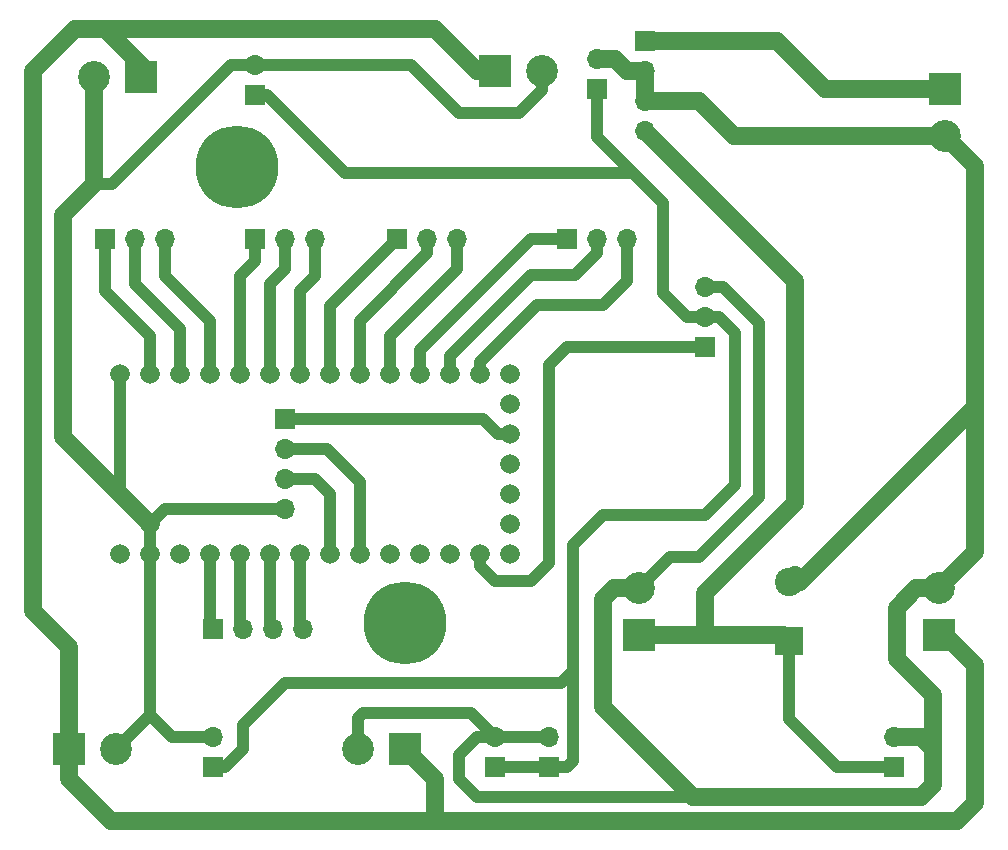
<source format=gbl>
%TF.GenerationSoftware,KiCad,Pcbnew,5.1.10-88a1d61d58~88~ubuntu18.04.1*%
%TF.CreationDate,2022-01-23T15:24:31+01:00*%
%TF.ProjectId,catbot_electronics_board,7061766c-6f76-45f6-9d69-6e695f656c65,rev?*%
%TF.SameCoordinates,Original*%
%TF.FileFunction,Copper,L2,Bot*%
%TF.FilePolarity,Positive*%
%FSLAX46Y46*%
G04 Gerber Fmt 4.6, Leading zero omitted, Abs format (unit mm)*
G04 Created by KiCad (PCBNEW 5.1.10-88a1d61d58~88~ubuntu18.04.1) date 2022-01-23 15:24:31*
%MOMM*%
%LPD*%
G01*
G04 APERTURE LIST*
%TA.AperFunction,ComponentPad*%
%ADD10C,0.800000*%
%TD*%
%TA.AperFunction,ComponentPad*%
%ADD11C,7.000000*%
%TD*%
%TA.AperFunction,ComponentPad*%
%ADD12O,1.700000X1.700000*%
%TD*%
%TA.AperFunction,ComponentPad*%
%ADD13R,1.700000X1.700000*%
%TD*%
%TA.AperFunction,ComponentPad*%
%ADD14C,2.700000*%
%TD*%
%TA.AperFunction,ComponentPad*%
%ADD15R,2.700000X2.700000*%
%TD*%
%TA.AperFunction,ComponentPad*%
%ADD16C,1.665000*%
%TD*%
%TA.AperFunction,ComponentPad*%
%ADD17C,2.400000*%
%TD*%
%TA.AperFunction,ComponentPad*%
%ADD18R,2.400000X2.400000*%
%TD*%
%TA.AperFunction,Conductor*%
%ADD19C,1.000000*%
%TD*%
%TA.AperFunction,Conductor*%
%ADD20C,1.500000*%
%TD*%
G04 APERTURE END LIST*
D10*
%TO.P,REF\u002A\u002A,1*%
%TO.N,N/C*%
X48084155Y-65864155D03*
X46228000Y-66633000D03*
X44371845Y-65864155D03*
X43603000Y-64008000D03*
X44371845Y-62151845D03*
X46228000Y-61383000D03*
X48084155Y-62151845D03*
X48853000Y-64008000D03*
D11*
X46228000Y-64008000D03*
%TD*%
D10*
%TO.P,REF\u002A\u002A,1*%
%TO.N,N/C*%
X33860155Y-27256155D03*
X32004000Y-28025000D03*
X30147845Y-27256155D03*
X29379000Y-25400000D03*
X30147845Y-23543845D03*
X32004000Y-22775000D03*
X33860155Y-23543845D03*
X34629000Y-25400000D03*
D11*
X32004000Y-25400000D03*
%TD*%
D12*
%TO.P,J6,3*%
%TO.N,Net-(IC1-Pad13)*%
X65024000Y-31496000D03*
%TO.P,J6,2*%
%TO.N,Net-(IC1-Pad12)*%
X62484000Y-31496000D03*
D13*
%TO.P,J6,1*%
%TO.N,Net-(IC1-Pad11)*%
X59944000Y-31496000D03*
%TD*%
D12*
%TO.P,J12,4*%
%TO.N,VCC*%
X66548000Y-22352000D03*
%TO.P,J12,3*%
%TO.N,GND*%
X66548000Y-19812000D03*
%TO.P,J12,2*%
X66548000Y-17272000D03*
D13*
%TO.P,J12,1*%
%TO.N,+5V*%
X66548000Y-14732000D03*
%TD*%
D12*
%TO.P,J20,2*%
%TO.N,GND*%
X62484000Y-16256000D03*
D13*
%TO.P,J20,1*%
%TO.N,+3V3*%
X62484000Y-18796000D03*
%TD*%
D14*
%TO.P,J16,2*%
%TO.N,GND*%
X91948000Y-22756000D03*
D15*
%TO.P,J16,1*%
%TO.N,+5V*%
X91948000Y-18796000D03*
%TD*%
D16*
%TO.P,IC1,34*%
%TO.N,GND*%
X24638000Y-55626000D03*
%TO.P,IC1,33*%
%TO.N,Net-(IC1-Pad33)*%
X22098000Y-58166000D03*
%TO.P,IC1,32*%
%TO.N,GND*%
X24638000Y-58166000D03*
%TO.P,IC1,31*%
%TO.N,Net-(IC1-Pad31)*%
X27178000Y-58166000D03*
%TO.P,IC1,30*%
%TO.N,Net-(IC1-Pad30)*%
X29718000Y-58166000D03*
%TO.P,IC1,29*%
%TO.N,Net-(IC1-Pad29)*%
X32258000Y-58166000D03*
%TO.P,IC1,28*%
%TO.N,Net-(IC1-Pad28)*%
X34798000Y-58166000D03*
%TO.P,IC1,27*%
%TO.N,Net-(IC1-Pad27)*%
X37338000Y-58166000D03*
%TO.P,IC1,26*%
%TO.N,Net-(IC1-Pad26)*%
X39878000Y-58166000D03*
%TO.P,IC1,25*%
%TO.N,Net-(IC1-Pad25)*%
X42418000Y-58166000D03*
%TO.P,IC1,24*%
%TO.N,Net-(IC1-Pad24)*%
X44958000Y-58166000D03*
%TO.P,IC1,23*%
%TO.N,Net-(IC1-Pad23)*%
X47498000Y-58166000D03*
%TO.P,IC1,22*%
%TO.N,Net-(IC1-Pad22)*%
X50038000Y-58166000D03*
%TO.P,IC1,21*%
%TO.N,Net-(IC1-Pad21)*%
X52578000Y-58166000D03*
%TO.P,IC1,20*%
%TO.N,Net-(IC1-Pad20)*%
X55118000Y-58166000D03*
%TO.P,IC1,19*%
%TO.N,Net-(IC1-Pad19)*%
X55118000Y-55626000D03*
%TO.P,IC1,18*%
%TO.N,Net-(IC1-Pad18)*%
X55118000Y-53086000D03*
%TO.P,IC1,17*%
%TO.N,GND*%
X55118000Y-50546000D03*
%TO.P,IC1,16*%
%TO.N,Net-(IC1-Pad16)*%
X55118000Y-48006000D03*
%TO.P,IC1,15*%
%TO.N,Net-(IC1-Pad15)*%
X55118000Y-45466000D03*
%TO.P,IC1,14*%
%TO.N,Net-(IC1-Pad14)*%
X55118000Y-42926000D03*
%TO.P,IC1,13*%
%TO.N,Net-(IC1-Pad13)*%
X52578000Y-42926000D03*
%TO.P,IC1,12*%
%TO.N,Net-(IC1-Pad12)*%
X50038000Y-42926000D03*
%TO.P,IC1,11*%
%TO.N,Net-(IC1-Pad11)*%
X47498000Y-42926000D03*
%TO.P,IC1,10*%
%TO.N,Net-(IC1-Pad10)*%
X44958000Y-42926000D03*
%TO.P,IC1,9*%
%TO.N,Net-(IC1-Pad9)*%
X42418000Y-42926000D03*
%TO.P,IC1,8*%
%TO.N,Net-(IC1-Pad8)*%
X39878000Y-42926000D03*
%TO.P,IC1,7*%
%TO.N,Net-(IC1-Pad7)*%
X37338000Y-42926000D03*
%TO.P,IC1,6*%
%TO.N,Net-(IC1-Pad6)*%
X34798000Y-42926000D03*
%TO.P,IC1,5*%
%TO.N,Net-(IC1-Pad5)*%
X32258000Y-42926000D03*
%TO.P,IC1,4*%
%TO.N,Net-(IC1-Pad4)*%
X29718000Y-42926000D03*
%TO.P,IC1,3*%
%TO.N,Net-(IC1-Pad3)*%
X27178000Y-42926000D03*
%TO.P,IC1,2*%
%TO.N,Net-(IC1-Pad2)*%
X24638000Y-42926000D03*
%TO.P,IC1,1*%
%TO.N,GND*%
X22098000Y-42926000D03*
%TD*%
D14*
%TO.P,J9,2*%
%TO.N,GND*%
X57808000Y-17272000D03*
D15*
%TO.P,J9,1*%
%TO.N,+7.5V*%
X53848000Y-17272000D03*
%TD*%
D12*
%TO.P,J5,3*%
%TO.N,Net-(IC1-Pad10)*%
X50673000Y-31496000D03*
%TO.P,J5,2*%
%TO.N,Net-(IC1-Pad9)*%
X48133000Y-31496000D03*
D13*
%TO.P,J5,1*%
%TO.N,Net-(IC1-Pad8)*%
X45593000Y-31496000D03*
%TD*%
D12*
%TO.P,J10,3*%
%TO.N,GND*%
X71628000Y-35560000D03*
%TO.P,J10,2*%
%TO.N,+3V3*%
X71628000Y-38100000D03*
D13*
%TO.P,J10,1*%
%TO.N,Net-(IC1-Pad21)*%
X71628000Y-40640000D03*
%TD*%
%TO.P,J13,3*%
%TO.N,VCC*%
X87630000Y-76200000D03*
D12*
%TO.P,J13,4*%
%TO.N,GND*%
X87630000Y-73660000D03*
%TO.P,J13,2*%
X58420000Y-73660000D03*
D13*
%TO.P,J13,1*%
%TO.N,+3V3*%
X58420000Y-76200000D03*
%TD*%
D12*
%TO.P,J19,2*%
%TO.N,GND*%
X33528000Y-16764000D03*
D13*
%TO.P,J19,1*%
%TO.N,+3V3*%
X33528000Y-19304000D03*
%TD*%
D12*
%TO.P,J18,2*%
%TO.N,GND*%
X53848000Y-73660000D03*
D13*
%TO.P,J18,1*%
%TO.N,+3V3*%
X53848000Y-76200000D03*
%TD*%
D12*
%TO.P,J17,2*%
%TO.N,GND*%
X29972000Y-73660000D03*
D13*
%TO.P,J17,1*%
%TO.N,+3V3*%
X29972000Y-76200000D03*
%TD*%
D14*
%TO.P,J15,2*%
%TO.N,GND*%
X19916000Y-17780000D03*
D15*
%TO.P,J15,1*%
%TO.N,+7.5V*%
X23876000Y-17780000D03*
%TD*%
D14*
%TO.P,J14,2*%
%TO.N,GND*%
X66040000Y-61064000D03*
D15*
%TO.P,J14,1*%
%TO.N,VCC*%
X66040000Y-65024000D03*
%TD*%
D12*
%TO.P,J11,4*%
%TO.N,Net-(IC1-Pad27)*%
X37592000Y-64516000D03*
%TO.P,J11,3*%
%TO.N,Net-(IC1-Pad28)*%
X35052000Y-64516000D03*
%TO.P,J11,2*%
%TO.N,Net-(IC1-Pad29)*%
X32512000Y-64516000D03*
D13*
%TO.P,J11,1*%
%TO.N,Net-(IC1-Pad30)*%
X29972000Y-64516000D03*
%TD*%
D14*
%TO.P,J8,2*%
%TO.N,GND*%
X21740000Y-74676000D03*
D15*
%TO.P,J8,1*%
%TO.N,+7.5V*%
X17780000Y-74676000D03*
%TD*%
D12*
%TO.P,J7,3*%
%TO.N,Net-(IC1-Pad7)*%
X38608000Y-31496000D03*
%TO.P,J7,2*%
%TO.N,Net-(IC1-Pad6)*%
X36068000Y-31496000D03*
D13*
%TO.P,J7,1*%
%TO.N,Net-(IC1-Pad5)*%
X33528000Y-31496000D03*
%TD*%
D12*
%TO.P,J4,3*%
%TO.N,Net-(IC1-Pad4)*%
X25908000Y-31496000D03*
%TO.P,J4,2*%
%TO.N,Net-(IC1-Pad3)*%
X23368000Y-31496000D03*
D13*
%TO.P,J4,1*%
%TO.N,Net-(IC1-Pad2)*%
X20828000Y-31496000D03*
%TD*%
D14*
%TO.P,J3,2*%
%TO.N,GND*%
X42268000Y-74676000D03*
D15*
%TO.P,J3,1*%
%TO.N,+7.5V*%
X46228000Y-74676000D03*
%TD*%
D14*
%TO.P,J2,2*%
%TO.N,GND*%
X91440000Y-61064000D03*
D15*
%TO.P,J2,1*%
%TO.N,+7.5V*%
X91440000Y-65024000D03*
%TD*%
D12*
%TO.P,J1,4*%
%TO.N,GND*%
X36068000Y-54356000D03*
%TO.P,J1,3*%
%TO.N,Net-(IC1-Pad26)*%
X36068000Y-51816000D03*
%TO.P,J1,2*%
%TO.N,Net-(IC1-Pad25)*%
X36068000Y-49276000D03*
D13*
%TO.P,J1,1*%
%TO.N,Net-(IC1-Pad16)*%
X36068000Y-46736000D03*
%TD*%
D17*
%TO.P,C1,2*%
%TO.N,GND*%
X78740000Y-60532000D03*
D18*
%TO.P,C1,1*%
%TO.N,VCC*%
X78740000Y-65532000D03*
%TD*%
D19*
%TO.N,Net-(IC1-Pad30)*%
X29718000Y-64262000D02*
X29972000Y-64516000D01*
X29718000Y-58166000D02*
X29718000Y-64262000D01*
%TO.N,Net-(IC1-Pad29)*%
X32258000Y-64262000D02*
X32512000Y-64516000D01*
X32258000Y-58166000D02*
X32258000Y-64262000D01*
%TO.N,Net-(IC1-Pad28)*%
X34798000Y-64262000D02*
X35052000Y-64516000D01*
X34798000Y-58166000D02*
X34798000Y-64262000D01*
%TO.N,Net-(IC1-Pad27)*%
X37338000Y-64262000D02*
X37592000Y-64516000D01*
X37338000Y-58166000D02*
X37338000Y-64262000D01*
%TO.N,Net-(IC1-Pad25)*%
X36068000Y-49276000D02*
X39624000Y-49276000D01*
X42418000Y-52070000D02*
X42418000Y-58166000D01*
X39624000Y-49276000D02*
X42418000Y-52070000D01*
%TO.N,Net-(IC1-Pad13)*%
X57404000Y-37084000D02*
X52578000Y-41910000D01*
X65024000Y-31496000D02*
X65024000Y-35052000D01*
X52578000Y-41910000D02*
X52578000Y-42926000D01*
X62992000Y-37084000D02*
X57404000Y-37084000D01*
X65024000Y-35052000D02*
X62992000Y-37084000D01*
%TO.N,Net-(IC1-Pad12)*%
X50038000Y-41402000D02*
X50038000Y-42926000D01*
X60638081Y-34544000D02*
X56896000Y-34544000D01*
X62484000Y-31496000D02*
X62484000Y-32698081D01*
X62484000Y-32698081D02*
X60638081Y-34544000D01*
X56896000Y-34544000D02*
X50038000Y-41402000D01*
%TO.N,Net-(IC1-Pad11)*%
X47498000Y-40894000D02*
X47498000Y-42926000D01*
X59944000Y-31496000D02*
X56896000Y-31496000D01*
X56896000Y-31496000D02*
X47498000Y-40894000D01*
%TO.N,Net-(IC1-Pad10)*%
X50673000Y-31496000D02*
X50673000Y-34036000D01*
X44958000Y-39751000D02*
X44958000Y-42926000D01*
X50673000Y-34036000D02*
X44958000Y-39751000D01*
%TO.N,Net-(IC1-Pad9)*%
X42418000Y-38413081D02*
X42418000Y-42926000D01*
X48133000Y-32698081D02*
X42418000Y-38413081D01*
X48133000Y-31496000D02*
X48133000Y-32698081D01*
%TO.N,Net-(IC1-Pad8)*%
X45593000Y-31496000D02*
X39878000Y-37211000D01*
X39878000Y-37211000D02*
X39878000Y-42926000D01*
%TO.N,Net-(IC1-Pad7)*%
X38608000Y-31496000D02*
X38608000Y-34671000D01*
X37338000Y-35941000D02*
X37338000Y-42926000D01*
X38608000Y-34671000D02*
X37338000Y-35941000D01*
%TO.N,Net-(IC1-Pad6)*%
X36068000Y-31496000D02*
X36068000Y-34036000D01*
X34798000Y-35306000D02*
X34798000Y-42926000D01*
X36068000Y-34036000D02*
X34798000Y-35306000D01*
%TO.N,Net-(IC1-Pad5)*%
X33528000Y-31496000D02*
X33528000Y-33401000D01*
X32258000Y-34671000D02*
X32258000Y-42926000D01*
X33528000Y-33401000D02*
X32258000Y-34671000D01*
%TO.N,Net-(IC1-Pad4)*%
X25908000Y-31496000D02*
X25908000Y-34671000D01*
X25908000Y-34671000D02*
X29718000Y-38481000D01*
X29718000Y-38481000D02*
X29718000Y-42926000D01*
%TO.N,Net-(IC1-Pad3)*%
X23368000Y-31496000D02*
X23368000Y-35306000D01*
X27178000Y-39116000D02*
X27178000Y-42926000D01*
X23368000Y-35306000D02*
X27178000Y-39116000D01*
%TO.N,Net-(IC1-Pad2)*%
X20828000Y-31496000D02*
X20828000Y-35941000D01*
X24638000Y-39751000D02*
X24638000Y-42926000D01*
X20828000Y-35941000D02*
X24638000Y-39751000D01*
%TO.N,GND*%
X24638000Y-71778000D02*
X21740000Y-74676000D01*
X26520000Y-73660000D02*
X24638000Y-71778000D01*
X29972000Y-73660000D02*
X26520000Y-73660000D01*
X24638000Y-55626000D02*
X24638000Y-58166000D01*
D20*
X19916000Y-25296000D02*
X19916000Y-17780000D01*
D19*
X20020000Y-25400000D02*
X19916000Y-25296000D01*
X25908000Y-54356000D02*
X24638000Y-55626000D01*
X36068000Y-54356000D02*
X25908000Y-54356000D01*
D20*
X19916000Y-25296000D02*
X19916000Y-26820000D01*
X19916000Y-26820000D02*
X17272000Y-29464000D01*
X17272000Y-29464000D02*
X17272000Y-48260000D01*
D19*
X31496000Y-16764000D02*
X33528000Y-16764000D01*
X19916000Y-26820000D02*
X21440000Y-26820000D01*
X21440000Y-26820000D02*
X31496000Y-16764000D01*
X33528000Y-16764000D02*
X46736000Y-16764000D01*
X46736000Y-16764000D02*
X50800000Y-20828000D01*
X50800000Y-20828000D02*
X55880000Y-20828000D01*
X57808000Y-18900000D02*
X57808000Y-17272000D01*
X55880000Y-20828000D02*
X57808000Y-18900000D01*
X24638000Y-71778000D02*
X24638000Y-65786000D01*
X24638000Y-58166000D02*
X24638000Y-65786000D01*
X24638000Y-65786000D02*
X24638000Y-66086000D01*
X22098000Y-53086000D02*
X23876000Y-54864000D01*
D20*
X17272000Y-48260000D02*
X23876000Y-54864000D01*
D19*
X22098000Y-42926000D02*
X22098000Y-53086000D01*
D20*
X23876000Y-54864000D02*
X24638000Y-55626000D01*
D19*
X73152000Y-35560000D02*
X76200000Y-38608000D01*
X71628000Y-35560000D02*
X73152000Y-35560000D01*
D20*
X78740000Y-60452000D02*
X79248000Y-59944000D01*
X79676000Y-60532000D02*
X78740000Y-60532000D01*
X94488000Y-45720000D02*
X79676000Y-60532000D01*
X94488000Y-58016000D02*
X91440000Y-61064000D01*
X94488000Y-45720000D02*
X94488000Y-58016000D01*
X66572000Y-60532000D02*
X66040000Y-61064000D01*
D19*
X76200000Y-38608000D02*
X76200000Y-53340000D01*
X76200000Y-53340000D02*
X71120000Y-58420000D01*
X68684000Y-58420000D02*
X66040000Y-61064000D01*
X71120000Y-58420000D02*
X68684000Y-58420000D01*
X42268000Y-74676000D02*
X42268000Y-72032000D01*
X42268000Y-72032000D02*
X42672000Y-71628000D01*
X51816000Y-71628000D02*
X53848000Y-73660000D01*
X42672000Y-71628000D02*
X51816000Y-71628000D01*
X53848000Y-73660000D02*
X58420000Y-73660000D01*
X52324000Y-73660000D02*
X50800000Y-75184000D01*
X53848000Y-73660000D02*
X52324000Y-73660000D01*
X50800000Y-75184000D02*
X50800000Y-77216000D01*
X50800000Y-77216000D02*
X52324000Y-78740000D01*
X52324000Y-78740000D02*
X70612000Y-78740000D01*
D20*
X66040000Y-61064000D02*
X63904000Y-61064000D01*
X63904000Y-61064000D02*
X62992000Y-61976000D01*
X62992000Y-71120000D02*
X70612000Y-78740000D01*
X62992000Y-61976000D02*
X62992000Y-71120000D01*
X89916000Y-73660000D02*
X87630000Y-73660000D01*
X90932000Y-74676000D02*
X89916000Y-73660000D01*
X70612000Y-78740000D02*
X89916000Y-78740000D01*
X90932000Y-77724000D02*
X90932000Y-74676000D01*
X89916000Y-78740000D02*
X90932000Y-77724000D01*
X90932000Y-74676000D02*
X90932000Y-70104000D01*
X90932000Y-70104000D02*
X87884000Y-67056000D01*
X89530812Y-61064000D02*
X91440000Y-61064000D01*
X87884000Y-62710812D02*
X89530812Y-61064000D01*
X87884000Y-67056000D02*
X87884000Y-62710812D01*
X94488000Y-25296000D02*
X91948000Y-22756000D01*
X94488000Y-45720000D02*
X94488000Y-25296000D01*
X66548000Y-17272000D02*
X66548000Y-19812000D01*
X66548000Y-17272000D02*
X65024000Y-17272000D01*
X64008000Y-16256000D02*
X62484000Y-16256000D01*
X65024000Y-17272000D02*
X64008000Y-16256000D01*
X91948000Y-22756000D02*
X74064000Y-22756000D01*
X71120000Y-19812000D02*
X66548000Y-19812000D01*
X74064000Y-22756000D02*
X71120000Y-19812000D01*
D19*
%TO.N,Net-(IC1-Pad26)*%
X36068000Y-51816000D02*
X38608000Y-51816000D01*
X39878000Y-53086000D02*
X39878000Y-58166000D01*
X38608000Y-51816000D02*
X39878000Y-53086000D01*
D20*
%TO.N,VCC*%
X78232000Y-65024000D02*
X78740000Y-65532000D01*
X79248000Y-35052000D02*
X79248000Y-53848000D01*
X71628000Y-61468000D02*
X71628000Y-65024000D01*
X79248000Y-53848000D02*
X71628000Y-61468000D01*
X66040000Y-65024000D02*
X71628000Y-65024000D01*
X71628000Y-65024000D02*
X78232000Y-65024000D01*
D19*
X78740000Y-65532000D02*
X78740000Y-72136000D01*
X82804000Y-76200000D02*
X87630000Y-76200000D01*
X78740000Y-72136000D02*
X82804000Y-76200000D01*
D20*
X66548000Y-22352000D02*
X79248000Y-35052000D01*
D19*
%TO.N,Net-(IC1-Pad21)*%
X52578000Y-58166000D02*
X52578000Y-59182000D01*
X52578000Y-59182000D02*
X53848000Y-60452000D01*
X53848000Y-60452000D02*
X56896000Y-60452000D01*
X56896000Y-60452000D02*
X58420000Y-58928000D01*
X58420000Y-58928000D02*
X58420000Y-42164000D01*
X59944000Y-40640000D02*
X71628000Y-40640000D01*
X58420000Y-42164000D02*
X59944000Y-40640000D01*
%TO.N,Net-(IC1-Pad16)*%
X41656000Y-46736000D02*
X52832000Y-46736000D01*
X54102000Y-48006000D02*
X55118000Y-48006000D01*
X52832000Y-46736000D02*
X54102000Y-48006000D01*
X41656000Y-46736000D02*
X36068000Y-46736000D01*
D20*
%TO.N,+7.5V*%
X17780000Y-77216000D02*
X17780000Y-74676000D01*
X17780000Y-69596000D02*
X17780000Y-77216000D01*
X17780000Y-66040000D02*
X17780000Y-69596000D01*
X23876000Y-16764000D02*
X20828000Y-13716000D01*
X14732000Y-17272000D02*
X14732000Y-62992000D01*
X23876000Y-17780000D02*
X23876000Y-16764000D01*
X14732000Y-62992000D02*
X17780000Y-66040000D01*
X18288000Y-13716000D02*
X14732000Y-17272000D01*
X53848000Y-17272000D02*
X52324000Y-17272000D01*
X52324000Y-17272000D02*
X48768000Y-13716000D01*
X20828000Y-13716000D02*
X19812000Y-13716000D01*
X48768000Y-13716000D02*
X19812000Y-13716000D01*
X19812000Y-13716000D02*
X18288000Y-13716000D01*
X20828000Y-80264000D02*
X17780000Y-77216000D01*
X21336000Y-80772000D02*
X20828000Y-80264000D01*
X91440000Y-65024000D02*
X91948000Y-65024000D01*
X91948000Y-65024000D02*
X94488000Y-67564000D01*
X94488000Y-67564000D02*
X94488000Y-79248000D01*
X92964000Y-80772000D02*
X52324000Y-80772000D01*
X94488000Y-79248000D02*
X92964000Y-80772000D01*
X53848000Y-80772000D02*
X52324000Y-80772000D01*
X48768000Y-77216000D02*
X46228000Y-74676000D01*
X48768000Y-80772000D02*
X48768000Y-77216000D01*
X48768000Y-80772000D02*
X21336000Y-80772000D01*
X52324000Y-80772000D02*
X48768000Y-80772000D01*
D19*
%TO.N,+3V3*%
X33528000Y-19304000D02*
X34544000Y-19304000D01*
X41148000Y-25908000D02*
X57404000Y-25908000D01*
X34544000Y-19304000D02*
X41148000Y-25908000D01*
X59436000Y-69088000D02*
X36068000Y-69088000D01*
X36068000Y-69088000D02*
X32512000Y-72644000D01*
X32512000Y-72644000D02*
X32512000Y-74676000D01*
X30988000Y-76200000D02*
X29972000Y-76200000D01*
X32512000Y-74676000D02*
X30988000Y-76200000D01*
X72830081Y-38100000D02*
X74168000Y-39437919D01*
X71628000Y-38100000D02*
X72830081Y-38100000D01*
X74168000Y-39437919D02*
X74168000Y-52324000D01*
X74168000Y-52324000D02*
X71628000Y-54864000D01*
X71628000Y-54864000D02*
X62992000Y-54864000D01*
X62992000Y-54864000D02*
X60452000Y-57404000D01*
X60452000Y-68072000D02*
X59436000Y-69088000D01*
X60452000Y-57404000D02*
X60452000Y-68072000D01*
X71628000Y-38100000D02*
X70104000Y-38100000D01*
X70104000Y-38100000D02*
X68072000Y-36068000D01*
X68072000Y-36068000D02*
X68072000Y-28448000D01*
X65532000Y-25908000D02*
X57404000Y-25908000D01*
X68072000Y-28448000D02*
X65532000Y-25908000D01*
X58420000Y-76200000D02*
X53848000Y-76200000D01*
X60452000Y-68072000D02*
X60452000Y-75692000D01*
X60452000Y-75692000D02*
X59944000Y-76200000D01*
X59944000Y-76200000D02*
X58420000Y-76200000D01*
X62484000Y-22860000D02*
X65532000Y-25908000D01*
X62484000Y-18796000D02*
X62484000Y-22860000D01*
D20*
%TO.N,+5V*%
X91948000Y-18796000D02*
X81788000Y-18796000D01*
X77724000Y-14732000D02*
X66548000Y-14732000D01*
X81788000Y-18796000D02*
X77724000Y-14732000D01*
%TD*%
M02*

</source>
